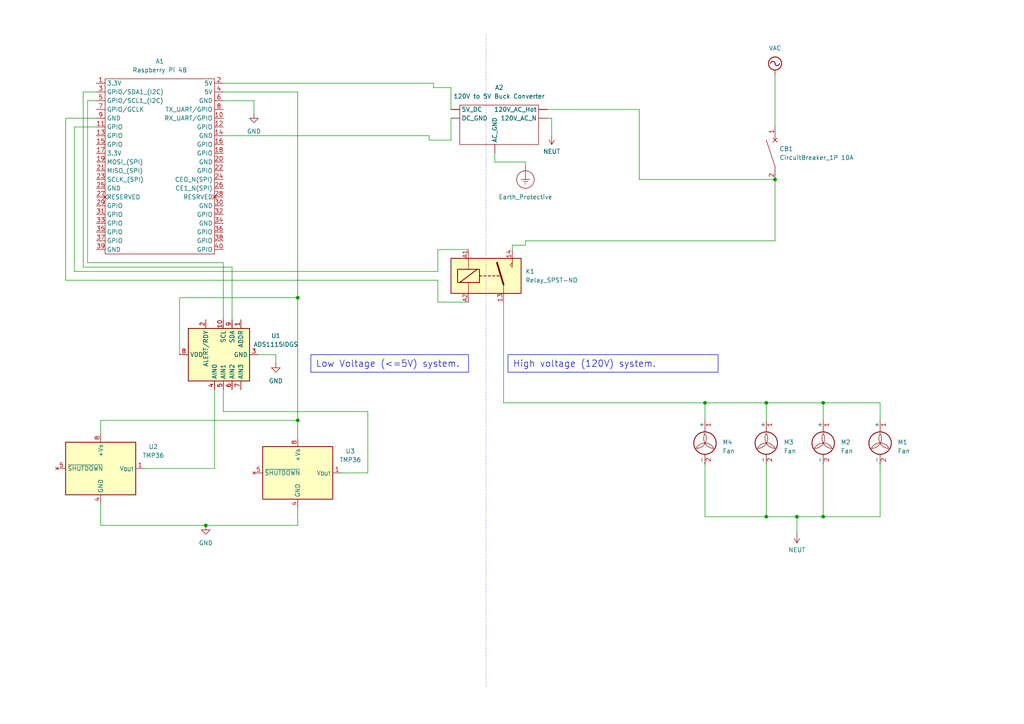
<source format=kicad_sch>
(kicad_sch (version 20231120) (generator "eeschema") (generator_version "8.0")
  (paper "A4")
  (lib_symbols
    (symbol "Analog_ADC:ADS1115IDGS"
      (property "Reference" "U" (at 2.54 13.97 0))
      (property "Value" "ADS1115IDGS" (at 7.62 11.43 0))
      (symbol "ADS1115IDGS_0_1"
        (rectangle (start -7.62 10.16) (end 7.62 -7.62) (stroke (width 0.254)) (fill (type background)))
      )
      (symbol "ADS1115IDGS_1_1"
        (pin input line (at 10.16 -5.08 180) (length 2.54) (name "ADDR") (number "1"))
        (pin input line (at 10.16 0 180) (length 2.54) (name "SCL") (number "10"))
        (pin output line (at 10.16 5.08 180) (length 2.54) (name "ALERT/RDY") (number "2"))
        (pin power_in line (at 0 -10.16 90) (length 2.54) (name "GND") (number "3"))
        (pin input line (at -10.16 2.54 0) (length 2.54) (name "AIN0") (number "4"))
        (pin input line (at -10.16 0 0) (length 2.54) (name "AIN1") (number "5"))
        (pin input line (at -10.16 -2.54 0) (length 2.54) (name "AIN2") (number "6"))
        (pin input line (at -10.16 -5.08 0) (length 2.54) (name "AIN3") (number "7"))
        (pin power_in line (at 0 12.7 270) (length 2.54) (name "VDD") (number "8"))
        (pin bidirectional line (at 10.16 -2.54 180) (length 2.54) (name "SDA") (number "9"))
      )
    )
    (symbol "Device:CircuitBreaker_1P"
      (property "Reference" "CB" (at 1.905 0 0))
      (property "Value" "CircuitBreaker_1P" (at 1.905 1.905 0))
      (symbol "CircuitBreaker_1P_0_1"
        (polyline (pts (xy 0 -5.08) (xy 0 -3.81)))
        (polyline (pts (xy 0 -3.81) (xy -2.54 3.81)))
      )
      (symbol "CircuitBreaker_1P_1_1"
        (polyline (pts (xy -0.635 4.445) (xy 0.635 3.175)))
        (polyline (pts (xy 0 5.08) (xy 0 3.81)))
        (polyline (pts (xy 0.635 4.445) (xy -0.635 3.175)))
        (pin passive line (at 0 7.62 270) (length 2.54) (name "~") (number "1"))
        (pin passive line (at 0 -7.62 90) (length 2.54) (name "~") (number "2"))
      )
    )
    (symbol "Motor:Fan" (pin_names (offset 0))
      (property "Reference" "M" (at 2.54 5.08 0))
      (property "Value" "Fan" (at 2.54 -2.54 0))
      (symbol "Fan_0_1"
        (arc (start -2.54 -0.508) (mid 0.0028 0.9121) (end 0 3.81))
        (polyline (pts (xy 0 -5.08) (xy 0 -4.572)))
        (polyline (pts (xy 0 -2.2352) (xy 0 -2.6416)))
        (polyline (pts (xy 0 4.2672) (xy 0 4.6228)))
        (polyline (pts (xy 0 4.572) (xy 0 5.08)))
        (circle (center 0 1.016) (radius 3.2512) (stroke (width 0.254)))
        (arc (start 0 3.81) (mid 0.053 0.921) (end 2.54 -0.508))
        (arc (start 2.54 -0.508) (mid 0 1.0618) (end -2.54 -0.508))
      )
      (symbol "Fan_1_1"
        (pin passive line (at 0 7.62 270) (length 2.54) (name "+") (number "1"))
        (pin passive line (at 0 -5.08 90) (length 2.54) (name "-") (number "2"))
      )
    )
    (symbol "Relay:Relay_SPST-NO"
      (property "Reference" "K" (at 11.43 3.81 0))
      (property "Value" "Relay_SPST-NO" (at 11.43 1.27 0))
      (symbol "Relay_SPST-NO_0_0"
        (polyline (pts (xy 7.62 5.08) (xy 7.62 2.54) (xy 6.985 3.175) (xy 7.62 3.81)))
      )
      (symbol "Relay_SPST-NO_0_1"
        (rectangle (start -10.16 5.08) (end 10.16 -5.08) (stroke (width 0.254)) (fill (type background)))
        (rectangle (start -8.255 1.905) (end -1.905 -1.905) (stroke (width 0.254)))
        (polyline (pts (xy -7.62 -1.905) (xy -2.54 1.905)) (stroke (width 0.254)))
        (polyline (pts (xy -5.08 -5.08) (xy -5.08 -1.905)))
        (polyline (pts (xy -5.08 5.08) (xy -5.08 1.905)))
        (polyline (pts (xy -1.905 0) (xy -1.27 0)) (stroke (width 0.254)))
        (polyline (pts (xy -0.635 0) (xy 0 0)) (stroke (width 0.254)))
        (polyline (pts (xy 0.635 0) (xy 1.27 0)) (stroke (width 0.254)))
        (polyline (pts (xy 1.905 0) (xy 2.54 0)) (stroke (width 0.254)))
        (polyline (pts (xy 3.175 0) (xy 3.81 0)) (stroke (width 0.254)))
        (polyline (pts (xy 5.08 -2.54) (xy 3.175 3.81)) (stroke (width 0.508)))
        (polyline (pts (xy 5.08 -2.54) (xy 5.08 -5.08)))
      )
      (symbol "Relay_SPST-NO_1_1"
        (pin passive line (at 5.08 -7.62 90) (length 2.54) (name "~") (number "13"))
        (pin passive line (at 7.62 7.62 270) (length 2.54) (name "~") (number "14"))
        (pin passive line (at -5.08 7.62 270) (length 2.54) (name "~") (number "A1"))
        (pin passive line (at -5.08 -7.62 90) (length 2.54) (name "~") (number "A2"))
      )
    )
    (symbol "power:Earth_Protective" (power) (pin_numbers hide) (pin_names (offset 0) hide)
      (property "Value" "Earth_Protective" (at 0 -7.62 0))
      (symbol "Earth_Protective_0_1"
        (circle (center 0 -3.81) (radius 2.54))
        (polyline (pts (xy -0.635 -4.445) (xy 0.635 -4.445)))
        (polyline (pts (xy -0.127 -5.08) (xy 0.127 -5.08)))
        (polyline (pts (xy 0 -3.81) (xy 0 0)))
        (polyline (pts (xy 1.27 -3.81) (xy -1.27 -3.81)))
      )
      (symbol "Earth_Protective_1_1"
        (pin power_in line (at 0 0 270) (length 0) (name "~") (number "1"))
      )
    )
    (symbol "power:GND" (power) (pin_numbers hide) (pin_names (offset 0) hide)
      (property "Value" "GND" (at 0 -3.81 0))
      (symbol "GND_0_1"
        (polyline (pts (xy 0 0) (xy 0 -1.27) (xy 1.27 -1.27) (xy 0 -2.54) (xy -1.27 -1.27) (xy 0 -1.27)))
      )
      (symbol "GND_1_1"
        (pin power_in line (at 0 0 270) (length 0) (name "~") (number "1"))
      )
    )
    (symbol "power:NEUT" (power) (pin_numbers hide) (pin_names (offset 0) hide)
      (property "Value" "NEUT" (at 0 3.556 0))
      (symbol "NEUT_0_1"
        (polyline (pts (xy -0.762 1.27) (xy 0 2.54)))
        (polyline (pts (xy 0 0) (xy 0 2.54)))
        (polyline (pts (xy 0 2.54) (xy 0.762 1.27)))
      )
      (symbol "NEUT_1_1"
        (pin power_in line (at 0 0 90) (length 0) (name "~") (number "1"))
      )
    )
    (symbol "power:VAC" (power) (pin_numbers hide) (pin_names (offset 0) hide)
      (property "Value" "VAC" (at 0 6.35 0))
      (symbol "VAC_0_1"
        (polyline (pts (xy 0 0) (xy 0 1.27)))
        (arc (start 0 3.175) (mid -0.635 3.8073) (end -1.27 3.175) (stroke (width 0.254)))
        (arc (start 0 3.175) (mid 0.635 2.5427) (end 1.27 3.175) (stroke (width 0.254)))
        (circle (center 0 3.175) (radius 1.905) (stroke (width 0.254)))
      )
      (symbol "VAC_1_1"
        (pin power_in line (at 0 0 90) (length 0) (name "~") (number "1"))
      )
    )
    (symbol "project_schematics:120V_to_5V_Buck_Converter"
      (property "Reference" "A" (at -1.016 -10.16 0))
      (property "Value" "120V to 5V Buck Converter" (at 0 4.064 0))
      (symbol "120V_to_5V_Buck_Converter_0_1"
        (rectangle (start -11.43 2.54) (end 11.43 -8.89))
      )
      (symbol "120V_to_5V_Buck_Converter_1_1"
        (pin input line (at -13.97 1.27 0) (length 2.54) (name "120V_AC_Hot") (number ""))
        (pin input line (at -13.97 -1.27 0) (length 2.54) (name "120V_AC_N") (number ""))
        (pin input line (at 13.97 1.27 180) (length 2.54) (name "5V_DC") (number ""))
        (pin bidirectional line (at 1.27 -11.43 90) (length 2.54) (name "AC_GND") (number ""))
        (pin input line (at 13.97 -1.27 180) (length 2.54) (name "DC_GND") (number ""))
      )
    )
    (symbol "project_schematics:Raspberry_Pi_4B"
      (property "Reference" "A" (at -1.016 -27.686 0))
      (property "Value" "Raspberry Pi 4B" (at 0 26.416 0))
      (symbol "Raspberry_Pi_4B_0_1"
        (rectangle (start -15.24 24.13) (end 16.51 -26.67))
      )
      (symbol "Raspberry_Pi_4B_1_1"
        (pin bidirectional line (at -17.78 22.86 0) (length 2.54) (name "3.3V") (number "1"))
        (pin bidirectional line (at 19.05 12.7 180) (length 2.54) (name "RX_UART/GPIO") (number "10"))
        (pin bidirectional line (at -17.78 10.16 0) (length 2.54) (name "GPIO") (number "11"))
        (pin bidirectional line (at 19.05 10.16 180) (length 2.54) (name "GPIO") (number "12"))
        (pin bidirectional line (at -17.78 7.62 0) (length 2.54) (name "GPIO") (number "13"))
        (pin bidirectional line (at 19.05 7.62 180) (length 2.54) (name "GND") (number "14"))
        (pin bidirectional line (at -17.78 5.08 0) (length 2.54) (name "GPIO") (number "15"))
        (pin bidirectional line (at 19.05 5.08 180) (length 2.54) (name "GPIO") (number "16"))
        (pin bidirectional line (at -17.78 2.54 0) (length 2.54) (name "3.3V") (number "17"))
        (pin bidirectional line (at 19.05 2.54 180) (length 2.54) (name "GPIO") (number "18"))
        (pin bidirectional line (at -17.78 0 0) (length 2.54) (name "MOSI_(SPI)") (number "19"))
        (pin bidirectional line (at 19.05 22.86 180) (length 2.54) (name "5V") (number "2"))
        (pin bidirectional line (at 19.05 0 180) (length 2.54) (name "GND") (number "20"))
        (pin bidirectional line (at -17.78 -2.54 0) (length 2.54) (name "MISO_(SPI)") (number "21"))
        (pin bidirectional line (at 19.05 -2.54 180) (length 2.54) (name "GPIO") (number "22"))
        (pin bidirectional line (at -17.78 -5.08 0) (length 2.54) (name "SCLK_(SPI)") (number "23"))
        (pin bidirectional line (at 19.05 -5.08 180) (length 2.54) (name "CEO_N(SPI)") (number "24"))
        (pin bidirectional line (at -17.78 -7.62 0) (length 2.54) (name "GND") (number "25"))
        (pin bidirectional line (at 19.05 -7.62 180) (length 2.54) (name "CE1_N(SPI)") (number "26"))
        (pin unspecified non_logic (at -17.78 -10.16 0) (length 2.54) (name "RESERVED") (number "27"))
        (pin unspecified non_logic (at 19.05 -10.16 180) (length 2.54) (name "RESRVED") (number "28"))
        (pin bidirectional line (at -17.78 -12.7 0) (length 2.54) (name "GPIO") (number "29"))
        (pin bidirectional line (at -17.78 20.32 0) (length 2.54) (name "GPIO/SDA1_(I2C)") (number "3"))
        (pin bidirectional line (at 19.05 -12.7 180) (length 2.54) (name "GND") (number "30"))
        (pin bidirectional line (at -17.78 -15.24 0) (length 2.54) (name "GPIO") (number "31"))
        (pin bidirectional line (at 19.05 -15.24 180) (length 2.54) (name "GPIO") (number "32"))
        (pin bidirectional line (at -17.78 -17.78 0) (length 2.54) (name "GPIO") (number "33"))
        (pin bidirectional line (at 19.05 -17.78 180) (length 2.54) (name "GND") (number "34"))
        (pin bidirectional line (at -17.78 -20.32 0) (length 2.54) (name "GPIO") (number "35"))
        (pin bidirectional line (at 19.05 -20.32 180) (length 2.54) (name "GPIO") (number "36"))
        (pin bidirectional line (at -17.78 -22.86 0) (length 2.54) (name "GPIO") (number "37"))
        (pin bidirectional line (at 19.05 -22.86 180) (length 2.54) (name "GPIO") (number "38"))
        (pin bidirectional line (at -17.78 -25.4 0) (length 2.54) (name "GND") (number "39"))
        (pin bidirectional line (at 19.05 20.32 180) (length 2.54) (name "5V") (number "4"))
        (pin bidirectional line (at 19.05 -25.4 180) (length 2.54) (name "GPIO") (number "40"))
        (pin bidirectional line (at -17.78 17.78 0) (length 2.54) (name "GPIO/SCL1_(I2C)") (number "5"))
        (pin bidirectional line (at 19.05 17.78 180) (length 2.54) (name "GND") (number "6"))
        (pin bidirectional line (at -17.78 15.24 0) (length 2.54) (name "GPIO/GCLK") (number "7"))
        (pin bidirectional line (at 19.05 15.24 180) (length 2.54) (name "TX_UART/GPIO") (number "8"))
        (pin bidirectional line (at -17.78 12.7 0) (length 2.54) (name "GND") (number "9"))
      )
    )
    (symbol "project_schematics:TMP36"
      (property "Reference" "U" (at -8.89 8.89 0))
      (property "Value" "TMP36" (at 6.35 -8.89 0))
      (symbol "TMP36_0_1"
        (rectangle (start -10.16 7.62) (end 10.16 -7.62) (stroke (width 0.254)) (fill (type background)))
      )
      (symbol "TMP36_1_1"
        (pin output line (at 12.7 0 180) (length 2.54) (name "V_{OUT}") (number "1"))
        (pin power_in line (at 0 -10.16 90) (length 2.54) (name "GND") (number "4"))
        (pin no_connect line (at -12.7 0 0) (length 2.54) (name "~{SHUTDOWN}") (number "5"))
        (pin power_in line (at 0 10.16 270) (length 2.54) (name "+Vs") (number "8"))
      )
    )
  )
  (junction (at 238.76 116.84))
  (junction (at 222.25 149.86))
  (junction (at 86.36 121.92))
  (junction (at 231.14 149.86))
  (junction (at 204.47 116.84))
  (junction (at 238.76 149.86))
  (junction (at 224.79 52.07))
  (junction (at 59.69 152.4))
  (junction (at 222.25 116.84))
  (junction (at 86.36 86.36))
  (wire (pts (xy 127 81.28) (xy 127 87.63)))
  (wire (pts (xy 27.94 26.67) (xy 24.13 26.67)))
  (wire (pts (xy 127 87.63) (xy 135.89 87.63)))
  (wire (pts (xy 152.4 71.12) (xy 152.4 69.85)))
  (wire (pts (xy 67.31 77.47) (xy 67.31 92.71)))
  (wire (pts (xy 130.81 31.75) (xy 130.81 25.4)))
  (wire (pts (xy 21.59 78.74) (xy 127 78.74)))
  (wire (pts (xy 29.21 125.73) (xy 29.21 121.92)))
  (wire (pts (xy 125.73 25.4) (xy 125.73 24.13)))
  (wire (pts (xy 86.36 147.32) (xy 86.36 152.4)))
  (wire (pts (xy 130.81 40.64) (xy 124.46 40.64)))
  (wire (pts (xy 146.05 116.84) (xy 204.47 116.84)))
  (wire (pts (xy 160.02 34.29) (xy 158.75 34.29)))
  (wire (pts (xy 52.07 102.87) (xy 52.07 86.36)))
  (wire (pts (xy 27.94 29.21) (xy 25.4 29.21)))
  (wire (pts (xy 152.4 46.99) (xy 143.51 46.99)))
  (wire (pts (xy 21.59 36.83) (xy 21.59 78.74)))
  (wire (pts (xy 224.79 52.07) (xy 185.42 52.07)))
  (wire (pts (xy 222.25 116.84) (xy 222.25 121.92)))
  (wire (pts (xy 231.14 154.94) (xy 231.14 149.86)))
  (wire (pts (xy 160.02 39.37) (xy 160.02 34.29)))
  (wire (pts (xy 152.4 69.85) (xy 224.79 69.85)))
  (wire (pts (xy 222.25 149.86) (xy 231.14 149.86)))
  (wire (pts (xy 204.47 149.86) (xy 222.25 149.86)))
  (wire (pts (xy 238.76 121.92) (xy 238.76 116.84)))
  (wire (pts (xy 255.27 116.84) (xy 238.76 116.84)))
  (wire (pts (xy 130.81 25.4) (xy 125.73 25.4)))
  (wire (pts (xy 127 72.39) (xy 135.89 72.39)))
  (wire (pts (xy 224.79 21.59) (xy 224.79 36.83)))
  (wire (pts (xy 124.46 39.37) (xy 64.77 39.37)))
  (wire (pts (xy 86.36 152.4) (xy 59.69 152.4)))
  (wire (pts (xy 99.06 137.16) (xy 106.68 137.16)))
  (wire (pts (xy 19.05 81.28) (xy 127 81.28)))
  (wire (pts (xy 238.76 134.62) (xy 238.76 149.86)))
  (wire (pts (xy 74.93 102.87) (xy 80.01 102.87)))
  (wire (pts (xy 158.75 31.75) (xy 185.42 31.75)))
  (wire (pts (xy 64.77 26.67) (xy 86.36 26.67)))
  (wire (pts (xy 146.05 87.63) (xy 146.05 116.84)))
  (wire (pts (xy 29.21 121.92) (xy 86.36 121.92)))
  (wire (pts (xy 24.13 77.47) (xy 67.31 77.47)))
  (wire (pts (xy 152.4 46.99) (xy 152.4 48.26)))
  (wire (pts (xy 29.21 146.05) (xy 29.21 152.4)))
  (wire (pts (xy 86.36 26.67) (xy 86.36 86.36)))
  (wire (pts (xy 25.4 29.21) (xy 25.4 76.2)))
  (wire (pts (xy 27.94 36.83) (xy 21.59 36.83)))
  (wire (pts (xy 148.59 71.12) (xy 148.59 72.39)))
  (wire (pts (xy 86.36 86.36) (xy 86.36 121.92)))
  (wire (pts (xy 238.76 149.86) (xy 255.27 149.86)))
  (wire (pts (xy 204.47 121.92) (xy 204.47 116.84)))
  (wire (pts (xy 204.47 134.62) (xy 204.47 149.86)))
  (wire (pts (xy 106.68 119.38) (xy 64.77 119.38)))
  (wire (pts (xy 130.81 34.29) (xy 130.81 40.64)))
  (wire (pts (xy 222.25 134.62) (xy 222.25 149.86)))
  (wire (pts (xy 52.07 86.36) (xy 86.36 86.36)))
  (wire (pts (xy 148.59 71.12) (xy 152.4 71.12)))
  (wire (pts (xy 224.79 69.85) (xy 224.79 52.07)))
  (wire (pts (xy 62.23 135.89) (xy 62.23 113.03)))
  (wire (pts (xy 143.51 46.99) (xy 143.51 44.45)))
  (wire (pts (xy 231.14 149.86) (xy 238.76 149.86)))
  (wire (pts (xy 64.77 29.21) (xy 73.66 29.21)))
  (wire (pts (xy 80.01 102.87) (xy 80.01 105.41)))
  (wire (pts (xy 64.77 76.2) (xy 64.77 92.71)))
  (wire (pts (xy 185.42 52.07) (xy 185.42 31.75)))
  (wire (pts (xy 124.46 40.64) (xy 124.46 39.37)))
  (wire (pts (xy 27.94 34.29) (xy 19.05 34.29)))
  (wire (pts (xy 64.77 119.38) (xy 64.77 113.03)))
  (wire (pts (xy 255.27 121.92) (xy 255.27 116.84)))
  (wire (pts (xy 73.66 29.21) (xy 73.66 33.02)))
  (wire (pts (xy 204.47 116.84) (xy 222.25 116.84)))
  (wire (pts (xy 222.25 116.84) (xy 238.76 116.84)))
  (wire (pts (xy 29.21 152.4) (xy 59.69 152.4)))
  (wire (pts (xy 106.68 137.16) (xy 106.68 119.38)))
  (wire (pts (xy 41.91 135.89) (xy 62.23 135.89)))
  (wire (pts (xy 127 78.74) (xy 127 72.39)))
  (wire (pts (xy 25.4 76.2) (xy 64.77 76.2)))
  (polyline (pts (xy 140.97 10.16) (xy 140.97 199.39)) (stroke (width 0) (type dot)))
  (wire (pts (xy 86.36 121.92) (xy 86.36 127)))
  (wire (pts (xy 255.27 134.62) (xy 255.27 149.86)))
  (wire (pts (xy 125.73 24.13) (xy 64.77 24.13)))
  (wire (pts (xy 24.13 26.67) (xy 24.13 77.47)))
  (wire (pts (xy 19.05 34.29) (xy 19.05 81.28)))
  (text_box "" (at 121.92 107.95 0) (size 0 0) (effects (font (size 2.54 2.54)) (justify left top)))
  (text_box "Low Voltage (<=5V) system." (at 90.17 102.87 0) (size 45.72 5.08) (effects (font (size 1.905 1.905)) (justify left top)))
  (text_box "High voltage (120V) system." (at 147.32 102.87 0) (size 60.96 5.08) (effects (font (size 1.905 1.905)) (justify left top)))
  (symbol (lib_id "power:NEUT") (at 160.02 39.37 180) (unit 1)
    (property "Reference" "#PWR01" (effects (hide yes)))
    (property "Value" "NEUT" (at 160.02 43.942 0))
    (property "Description" "Power symbol creates a global label with name \"NEUT\"" (effects (hide yes)))
  )
  (symbol (lib_id "project_schematics:TMP36") (at 86.36 137.16 0) (unit 1)
    (property "Reference" "U3" (at 101.6 130.8414 0))
    (property "Value" "TMP36" (at 101.6 133.3814 0))
    (property "Footprint" "Package_SO:SOIC-8_3.9x4.9mm_P1.27mm" (effects (hide yes)))
    (property "Datasheet" "https://www.analog.com/media/en/technical-documentation/data-sheets/TMP35_36_37.pdf" (effects (hide yes)))
    (property "Description" "Low Voltage Temperature Sensor, SOIC-8" (effects (hide yes)))
  )
  (symbol (lib_id "project_schematics:120V_to_5V_Buck_Converter") (at 144.78 33.02 0) (mirror y) (unit 1)
    (property "Reference" "A2" (at 144.78 25.4 0))
    (property "Value" "120V to 5V Buck Converter" (at 144.78 27.94 0))
  )
  (symbol (lib_id "power:GND") (at 59.69 152.4 0) (unit 1)
    (property "Reference" "#PWR04" (effects (hide yes)))
    (property "Value" "GND" (at 59.69 157.48 0))
    (property "Description" "Power symbol creates a global label with name \"GND\" , ground" (effects (hide yes)))
  )
  (symbol (lib_id "project_schematics:Raspberry_Pi_4B") (at 45.72 46.99 0) (unit 1)
    (property "Reference" "A1" (at 46.355 17.78 0))
    (property "Value" "Raspberry Pi 4B" (at 46.355 20.32 0))
  )
  (symbol (lib_id "Motor:Fan") (at 255.27 129.54 0) (unit 1)
    (property "Reference" "M1" (at 260.35 128.2699 0) (effects (justify left)))
    (property "Value" "Fan" (at 260.35 130.8099 0) (effects (justify left)))
    (property "Description" "Fan" (effects (hide yes)))
  )
  (symbol (lib_id "Motor:Fan") (at 204.47 129.54 0) (unit 1)
    (property "Reference" "M4" (at 209.55 128.2699 0) (effects (justify left)))
    (property "Value" "Fan" (at 209.55 130.8099 0) (effects (justify left)))
    (property "Description" "Fan" (effects (hide yes)))
  )
  (symbol (lib_id "Motor:Fan") (at 238.76 129.54 0) (unit 1)
    (property "Reference" "M2" (at 243.84 128.2699 0) (effects (justify left)))
    (property "Value" "Fan" (at 243.84 130.8099 0) (effects (justify left)))
    (property "Description" "Fan" (effects (hide yes)))
  )
  (symbol (lib_id "power:NEUT") (at 231.14 154.94 180) (unit 1)
    (property "Reference" "#PWR03" (effects (hide yes)))
    (property "Value" "NEUT" (at 231.14 159.512 0))
    (property "Description" "Power symbol creates a global label with name \"NEUT\"" (effects (hide yes)))
  )
  (symbol (lib_id "power:VAC") (at 224.79 21.59 0) (unit 1)
    (property "Reference" "#PWR02" (effects (hide yes)))
    (property "Value" "VAC" (at 224.79 13.97 0))
    (property "Description" "Power symbol creates a global label with name \"VAC\"" (effects (hide yes)))
  )
  (symbol (lib_id "project_schematics:TMP36") (at 29.21 135.89 0) (unit 1)
    (property "Reference" "U2" (at 44.45 129.5714 0))
    (property "Value" "TMP36" (at 44.45 132.1114 0))
    (property "Footprint" "Package_SO:SOIC-8_3.9x4.9mm_P1.27mm" (effects (hide yes)))
    (property "Datasheet" "https://www.analog.com/media/en/technical-documentation/data-sheets/TMP35_36_37.pdf" (effects (hide yes)))
    (property "Description" "Low Voltage Temperature Sensor, SOIC-8" (effects (hide yes)))
  )
  (symbol (lib_id "power:GND") (at 80.01 105.41 0) (unit 1)
    (property "Reference" "#PWR05" (effects (hide yes)))
    (property "Value" "GND" (at 80.01 110.49 0))
    (property "Description" "Power symbol creates a global label with name \"GND\" , ground" (effects (hide yes)))
  )
  (symbol (lib_id "Relay:Relay_SPST-NO") (at 140.97 80.01 0) (unit 1)
    (property "Reference" "K1" (at 152.4 78.7399 0) (effects (justify left)))
    (property "Value" "Relay_SPST-NO" (at 152.4 81.2799 0) (effects (justify left)))
    (property "Description" "Relay SPST, Normally Open, EN50005" (effects (hide yes)))
  )
  (symbol (lib_id "Motor:Fan") (at 222.25 129.54 0) (unit 1)
    (property "Reference" "M3" (at 227.33 128.2699 0) (effects (justify left)))
    (property "Value" "Fan" (at 227.33 130.8099 0) (effects (justify left)))
    (property "Description" "Fan" (effects (hide yes)))
  )
  (symbol (lib_id "power:GND") (at 73.66 33.02 0) (unit 1)
    (property "Reference" "#PWR06" (effects (hide yes)))
    (property "Value" "GND" (at 73.66 38.1 0))
    (property "Description" "Power symbol creates a global label with name \"GND\" , ground" (effects (hide yes)))
  )
  (symbol (lib_id "Device:CircuitBreaker_1P") (at 224.79 44.45 0) (unit 1)
    (property "Reference" "CB1" (at 226.06 43.1799 0) (effects (justify left)))
    (property "Value" "CircuitBreaker_1P 10A" (at 226.06 45.7199 0) (effects (justify left)))
    (property "Description" "Single pole circuit breaker" (effects (hide yes)))
  )
  (symbol (lib_id "Analog_ADC:ADS1115IDGS") (at 64.77 102.87 90) (unit 1)
    (property "Reference" "U1" (at 80.01 97.3738 90))
    (property "Value" "ADS1115IDGS" (at 80.01 99.9138 90))
    (property "Footprint" "Package_SO:TSSOP-10_3x3mm_P0.5mm" (effects (hide yes)))
    (property "Datasheet" "http://www.ti.com/lit/ds/symlink/ads1113.pdf" (effects (hide yes)))
    (property "Description" "Ultra-Small, Low-Power, I2C-Compatible, 860-SPS, 16-Bit ADCs With Internal Reference, Oscillator, and Programmable Comparator, VSSOP-10" (effects (hide yes)))
  )
  (symbol (lib_id "power:Earth_Protective") (at 152.4 48.26 0) (unit 1)
    (property "Reference" "#PWR07" (effects (hide yes)))
    (property "Value" "Earth_Protective" (at 152.4 57.15 0))
    (property "Description" "Power symbol creates a global label with name \"Earth_Protective\"" (effects (hide yes)))
  )
)
</source>
